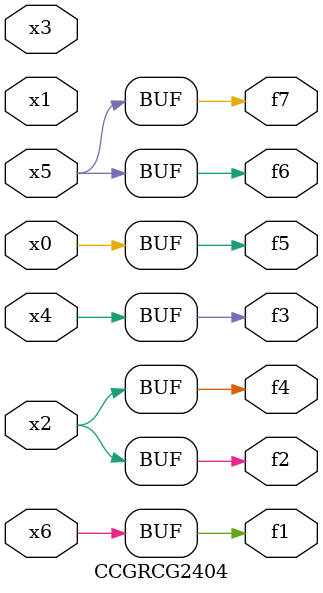
<source format=v>
module CCGRCG2404(
	input x0, x1, x2, x3, x4, x5, x6,
	output f1, f2, f3, f4, f5, f6, f7
);
	assign f1 = x6;
	assign f2 = x2;
	assign f3 = x4;
	assign f4 = x2;
	assign f5 = x0;
	assign f6 = x5;
	assign f7 = x5;
endmodule

</source>
